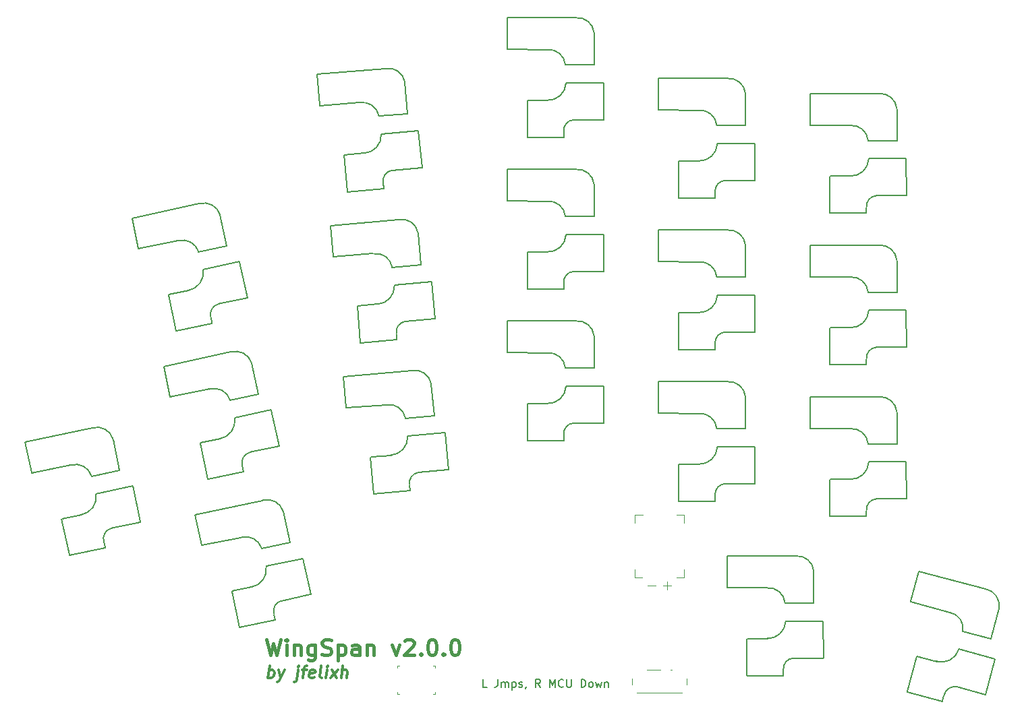
<source format=gbr>
%TF.GenerationSoftware,KiCad,Pcbnew,8.0.4*%
%TF.CreationDate,2024-11-28T23:07:48+01:00*%
%TF.ProjectId,reversible_split,72657665-7273-4696-926c-655f73706c69,v1.0.0*%
%TF.SameCoordinates,Original*%
%TF.FileFunction,Legend,Top*%
%TF.FilePolarity,Positive*%
%FSLAX46Y46*%
G04 Gerber Fmt 4.6, Leading zero omitted, Abs format (unit mm)*
G04 Created by KiCad (PCBNEW 8.0.4) date 2024-11-28 23:07:48*
%MOMM*%
%LPD*%
G01*
G04 APERTURE LIST*
%ADD10C,0.300000*%
%ADD11C,0.400000*%
%ADD12C,0.150000*%
%ADD13C,0.120000*%
%ADD14C,0.100000*%
G04 APERTURE END LIST*
D10*
X146945582Y-127600828D02*
X147133082Y-126100828D01*
X147061653Y-126672257D02*
X147213439Y-126600828D01*
X147213439Y-126600828D02*
X147499153Y-126600828D01*
X147499153Y-126600828D02*
X147633082Y-126672257D01*
X147633082Y-126672257D02*
X147695582Y-126743685D01*
X147695582Y-126743685D02*
X147749153Y-126886542D01*
X147749153Y-126886542D02*
X147695582Y-127315114D01*
X147695582Y-127315114D02*
X147606296Y-127457971D01*
X147606296Y-127457971D02*
X147525939Y-127529400D01*
X147525939Y-127529400D02*
X147374153Y-127600828D01*
X147374153Y-127600828D02*
X147088439Y-127600828D01*
X147088439Y-127600828D02*
X146954510Y-127529400D01*
X148284868Y-126600828D02*
X148517011Y-127600828D01*
X148999153Y-126600828D02*
X148517011Y-127600828D01*
X148517011Y-127600828D02*
X148329511Y-127957971D01*
X148329511Y-127957971D02*
X148249153Y-128029400D01*
X148249153Y-128029400D02*
X148097368Y-128100828D01*
X150713439Y-126600828D02*
X150552725Y-127886542D01*
X150552725Y-127886542D02*
X150463439Y-128029400D01*
X150463439Y-128029400D02*
X150311653Y-128100828D01*
X150311653Y-128100828D02*
X150240225Y-128100828D01*
X150775939Y-126100828D02*
X150695582Y-126172257D01*
X150695582Y-126172257D02*
X150758082Y-126243685D01*
X150758082Y-126243685D02*
X150838439Y-126172257D01*
X150838439Y-126172257D02*
X150775939Y-126100828D01*
X150775939Y-126100828D02*
X150758082Y-126243685D01*
X151213439Y-126600828D02*
X151784868Y-126600828D01*
X151302725Y-127600828D02*
X151463439Y-126315114D01*
X151463439Y-126315114D02*
X151552725Y-126172257D01*
X151552725Y-126172257D02*
X151704511Y-126100828D01*
X151704511Y-126100828D02*
X151847368Y-126100828D01*
X152740225Y-127529400D02*
X152588439Y-127600828D01*
X152588439Y-127600828D02*
X152302725Y-127600828D01*
X152302725Y-127600828D02*
X152168796Y-127529400D01*
X152168796Y-127529400D02*
X152115225Y-127386542D01*
X152115225Y-127386542D02*
X152186654Y-126815114D01*
X152186654Y-126815114D02*
X152275939Y-126672257D01*
X152275939Y-126672257D02*
X152427725Y-126600828D01*
X152427725Y-126600828D02*
X152713439Y-126600828D01*
X152713439Y-126600828D02*
X152847368Y-126672257D01*
X152847368Y-126672257D02*
X152900939Y-126815114D01*
X152900939Y-126815114D02*
X152883082Y-126957971D01*
X152883082Y-126957971D02*
X152150939Y-127100828D01*
X153659868Y-127600828D02*
X153525939Y-127529400D01*
X153525939Y-127529400D02*
X153472368Y-127386542D01*
X153472368Y-127386542D02*
X153633082Y-126100828D01*
X154231296Y-127600828D02*
X154356296Y-126600828D01*
X154418796Y-126100828D02*
X154338439Y-126172257D01*
X154338439Y-126172257D02*
X154400939Y-126243685D01*
X154400939Y-126243685D02*
X154481296Y-126172257D01*
X154481296Y-126172257D02*
X154418796Y-126100828D01*
X154418796Y-126100828D02*
X154400939Y-126243685D01*
X154802725Y-127600828D02*
X155713439Y-126600828D01*
X154927725Y-126600828D02*
X155588439Y-127600828D01*
X156159868Y-127600828D02*
X156347368Y-126100828D01*
X156802725Y-127600828D02*
X156900939Y-126815114D01*
X156900939Y-126815114D02*
X156847368Y-126672257D01*
X156847368Y-126672257D02*
X156713439Y-126600828D01*
X156713439Y-126600828D02*
X156499154Y-126600828D01*
X156499154Y-126600828D02*
X156347368Y-126672257D01*
X156347368Y-126672257D02*
X156267011Y-126743685D01*
D11*
X146772129Y-122749959D02*
X147248319Y-124749959D01*
X147248319Y-124749959D02*
X147629272Y-123321387D01*
X147629272Y-123321387D02*
X148010224Y-124749959D01*
X148010224Y-124749959D02*
X148486415Y-122749959D01*
X149248319Y-124749959D02*
X149248319Y-123416625D01*
X149248319Y-122749959D02*
X149153081Y-122845197D01*
X149153081Y-122845197D02*
X149248319Y-122940435D01*
X149248319Y-122940435D02*
X149343557Y-122845197D01*
X149343557Y-122845197D02*
X149248319Y-122749959D01*
X149248319Y-122749959D02*
X149248319Y-122940435D01*
X150200700Y-123416625D02*
X150200700Y-124749959D01*
X150200700Y-123607101D02*
X150295938Y-123511863D01*
X150295938Y-123511863D02*
X150486414Y-123416625D01*
X150486414Y-123416625D02*
X150772129Y-123416625D01*
X150772129Y-123416625D02*
X150962605Y-123511863D01*
X150962605Y-123511863D02*
X151057843Y-123702340D01*
X151057843Y-123702340D02*
X151057843Y-124749959D01*
X152867367Y-123416625D02*
X152867367Y-125035673D01*
X152867367Y-125035673D02*
X152772129Y-125226149D01*
X152772129Y-125226149D02*
X152676891Y-125321387D01*
X152676891Y-125321387D02*
X152486414Y-125416625D01*
X152486414Y-125416625D02*
X152200700Y-125416625D01*
X152200700Y-125416625D02*
X152010224Y-125321387D01*
X152867367Y-124654721D02*
X152676891Y-124749959D01*
X152676891Y-124749959D02*
X152295938Y-124749959D01*
X152295938Y-124749959D02*
X152105462Y-124654721D01*
X152105462Y-124654721D02*
X152010224Y-124559482D01*
X152010224Y-124559482D02*
X151914986Y-124369006D01*
X151914986Y-124369006D02*
X151914986Y-123797578D01*
X151914986Y-123797578D02*
X152010224Y-123607101D01*
X152010224Y-123607101D02*
X152105462Y-123511863D01*
X152105462Y-123511863D02*
X152295938Y-123416625D01*
X152295938Y-123416625D02*
X152676891Y-123416625D01*
X152676891Y-123416625D02*
X152867367Y-123511863D01*
X153724510Y-124654721D02*
X154010224Y-124749959D01*
X154010224Y-124749959D02*
X154486415Y-124749959D01*
X154486415Y-124749959D02*
X154676891Y-124654721D01*
X154676891Y-124654721D02*
X154772129Y-124559482D01*
X154772129Y-124559482D02*
X154867367Y-124369006D01*
X154867367Y-124369006D02*
X154867367Y-124178530D01*
X154867367Y-124178530D02*
X154772129Y-123988054D01*
X154772129Y-123988054D02*
X154676891Y-123892816D01*
X154676891Y-123892816D02*
X154486415Y-123797578D01*
X154486415Y-123797578D02*
X154105462Y-123702340D01*
X154105462Y-123702340D02*
X153914986Y-123607101D01*
X153914986Y-123607101D02*
X153819748Y-123511863D01*
X153819748Y-123511863D02*
X153724510Y-123321387D01*
X153724510Y-123321387D02*
X153724510Y-123130911D01*
X153724510Y-123130911D02*
X153819748Y-122940435D01*
X153819748Y-122940435D02*
X153914986Y-122845197D01*
X153914986Y-122845197D02*
X154105462Y-122749959D01*
X154105462Y-122749959D02*
X154581653Y-122749959D01*
X154581653Y-122749959D02*
X154867367Y-122845197D01*
X155724510Y-123416625D02*
X155724510Y-125416625D01*
X155724510Y-123511863D02*
X155914986Y-123416625D01*
X155914986Y-123416625D02*
X156295939Y-123416625D01*
X156295939Y-123416625D02*
X156486415Y-123511863D01*
X156486415Y-123511863D02*
X156581653Y-123607101D01*
X156581653Y-123607101D02*
X156676891Y-123797578D01*
X156676891Y-123797578D02*
X156676891Y-124369006D01*
X156676891Y-124369006D02*
X156581653Y-124559482D01*
X156581653Y-124559482D02*
X156486415Y-124654721D01*
X156486415Y-124654721D02*
X156295939Y-124749959D01*
X156295939Y-124749959D02*
X155914986Y-124749959D01*
X155914986Y-124749959D02*
X155724510Y-124654721D01*
X158391177Y-124749959D02*
X158391177Y-123702340D01*
X158391177Y-123702340D02*
X158295939Y-123511863D01*
X158295939Y-123511863D02*
X158105463Y-123416625D01*
X158105463Y-123416625D02*
X157724510Y-123416625D01*
X157724510Y-123416625D02*
X157534034Y-123511863D01*
X158391177Y-124654721D02*
X158200701Y-124749959D01*
X158200701Y-124749959D02*
X157724510Y-124749959D01*
X157724510Y-124749959D02*
X157534034Y-124654721D01*
X157534034Y-124654721D02*
X157438796Y-124464244D01*
X157438796Y-124464244D02*
X157438796Y-124273768D01*
X157438796Y-124273768D02*
X157534034Y-124083292D01*
X157534034Y-124083292D02*
X157724510Y-123988054D01*
X157724510Y-123988054D02*
X158200701Y-123988054D01*
X158200701Y-123988054D02*
X158391177Y-123892816D01*
X159343558Y-123416625D02*
X159343558Y-124749959D01*
X159343558Y-123607101D02*
X159438796Y-123511863D01*
X159438796Y-123511863D02*
X159629272Y-123416625D01*
X159629272Y-123416625D02*
X159914987Y-123416625D01*
X159914987Y-123416625D02*
X160105463Y-123511863D01*
X160105463Y-123511863D02*
X160200701Y-123702340D01*
X160200701Y-123702340D02*
X160200701Y-124749959D01*
X162486416Y-123416625D02*
X162962606Y-124749959D01*
X162962606Y-124749959D02*
X163438797Y-123416625D01*
X164105464Y-122940435D02*
X164200702Y-122845197D01*
X164200702Y-122845197D02*
X164391178Y-122749959D01*
X164391178Y-122749959D02*
X164867369Y-122749959D01*
X164867369Y-122749959D02*
X165057845Y-122845197D01*
X165057845Y-122845197D02*
X165153083Y-122940435D01*
X165153083Y-122940435D02*
X165248321Y-123130911D01*
X165248321Y-123130911D02*
X165248321Y-123321387D01*
X165248321Y-123321387D02*
X165153083Y-123607101D01*
X165153083Y-123607101D02*
X164010226Y-124749959D01*
X164010226Y-124749959D02*
X165248321Y-124749959D01*
X166105464Y-124559482D02*
X166200702Y-124654721D01*
X166200702Y-124654721D02*
X166105464Y-124749959D01*
X166105464Y-124749959D02*
X166010226Y-124654721D01*
X166010226Y-124654721D02*
X166105464Y-124559482D01*
X166105464Y-124559482D02*
X166105464Y-124749959D01*
X167438797Y-122749959D02*
X167629274Y-122749959D01*
X167629274Y-122749959D02*
X167819750Y-122845197D01*
X167819750Y-122845197D02*
X167914988Y-122940435D01*
X167914988Y-122940435D02*
X168010226Y-123130911D01*
X168010226Y-123130911D02*
X168105464Y-123511863D01*
X168105464Y-123511863D02*
X168105464Y-123988054D01*
X168105464Y-123988054D02*
X168010226Y-124369006D01*
X168010226Y-124369006D02*
X167914988Y-124559482D01*
X167914988Y-124559482D02*
X167819750Y-124654721D01*
X167819750Y-124654721D02*
X167629274Y-124749959D01*
X167629274Y-124749959D02*
X167438797Y-124749959D01*
X167438797Y-124749959D02*
X167248321Y-124654721D01*
X167248321Y-124654721D02*
X167153083Y-124559482D01*
X167153083Y-124559482D02*
X167057845Y-124369006D01*
X167057845Y-124369006D02*
X166962607Y-123988054D01*
X166962607Y-123988054D02*
X166962607Y-123511863D01*
X166962607Y-123511863D02*
X167057845Y-123130911D01*
X167057845Y-123130911D02*
X167153083Y-122940435D01*
X167153083Y-122940435D02*
X167248321Y-122845197D01*
X167248321Y-122845197D02*
X167438797Y-122749959D01*
X168962607Y-124559482D02*
X169057845Y-124654721D01*
X169057845Y-124654721D02*
X168962607Y-124749959D01*
X168962607Y-124749959D02*
X168867369Y-124654721D01*
X168867369Y-124654721D02*
X168962607Y-124559482D01*
X168962607Y-124559482D02*
X168962607Y-124749959D01*
X170295940Y-122749959D02*
X170486417Y-122749959D01*
X170486417Y-122749959D02*
X170676893Y-122845197D01*
X170676893Y-122845197D02*
X170772131Y-122940435D01*
X170772131Y-122940435D02*
X170867369Y-123130911D01*
X170867369Y-123130911D02*
X170962607Y-123511863D01*
X170962607Y-123511863D02*
X170962607Y-123988054D01*
X170962607Y-123988054D02*
X170867369Y-124369006D01*
X170867369Y-124369006D02*
X170772131Y-124559482D01*
X170772131Y-124559482D02*
X170676893Y-124654721D01*
X170676893Y-124654721D02*
X170486417Y-124749959D01*
X170486417Y-124749959D02*
X170295940Y-124749959D01*
X170295940Y-124749959D02*
X170105464Y-124654721D01*
X170105464Y-124654721D02*
X170010226Y-124559482D01*
X170010226Y-124559482D02*
X169914988Y-124369006D01*
X169914988Y-124369006D02*
X169819750Y-123988054D01*
X169819750Y-123988054D02*
X169819750Y-123511863D01*
X169819750Y-123511863D02*
X169914988Y-123130911D01*
X169914988Y-123130911D02*
X170010226Y-122940435D01*
X170010226Y-122940435D02*
X170105464Y-122845197D01*
X170105464Y-122845197D02*
X170295940Y-122749959D01*
D12*
X174394035Y-128782093D02*
X173917845Y-128782093D01*
X173917845Y-128782093D02*
X173917845Y-127782093D01*
X175774988Y-127782093D02*
X175774988Y-128496378D01*
X175774988Y-128496378D02*
X175727369Y-128639235D01*
X175727369Y-128639235D02*
X175632131Y-128734474D01*
X175632131Y-128734474D02*
X175489274Y-128782093D01*
X175489274Y-128782093D02*
X175394036Y-128782093D01*
X176251179Y-128782093D02*
X176251179Y-128115426D01*
X176251179Y-128210664D02*
X176298798Y-128163045D01*
X176298798Y-128163045D02*
X176394036Y-128115426D01*
X176394036Y-128115426D02*
X176536893Y-128115426D01*
X176536893Y-128115426D02*
X176632131Y-128163045D01*
X176632131Y-128163045D02*
X176679750Y-128258283D01*
X176679750Y-128258283D02*
X176679750Y-128782093D01*
X176679750Y-128258283D02*
X176727369Y-128163045D01*
X176727369Y-128163045D02*
X176822607Y-128115426D01*
X176822607Y-128115426D02*
X176965464Y-128115426D01*
X176965464Y-128115426D02*
X177060703Y-128163045D01*
X177060703Y-128163045D02*
X177108322Y-128258283D01*
X177108322Y-128258283D02*
X177108322Y-128782093D01*
X177584512Y-128115426D02*
X177584512Y-129115426D01*
X177584512Y-128163045D02*
X177679750Y-128115426D01*
X177679750Y-128115426D02*
X177870226Y-128115426D01*
X177870226Y-128115426D02*
X177965464Y-128163045D01*
X177965464Y-128163045D02*
X178013083Y-128210664D01*
X178013083Y-128210664D02*
X178060702Y-128305902D01*
X178060702Y-128305902D02*
X178060702Y-128591616D01*
X178060702Y-128591616D02*
X178013083Y-128686854D01*
X178013083Y-128686854D02*
X177965464Y-128734474D01*
X177965464Y-128734474D02*
X177870226Y-128782093D01*
X177870226Y-128782093D02*
X177679750Y-128782093D01*
X177679750Y-128782093D02*
X177584512Y-128734474D01*
X178441655Y-128734474D02*
X178536893Y-128782093D01*
X178536893Y-128782093D02*
X178727369Y-128782093D01*
X178727369Y-128782093D02*
X178822607Y-128734474D01*
X178822607Y-128734474D02*
X178870226Y-128639235D01*
X178870226Y-128639235D02*
X178870226Y-128591616D01*
X178870226Y-128591616D02*
X178822607Y-128496378D01*
X178822607Y-128496378D02*
X178727369Y-128448759D01*
X178727369Y-128448759D02*
X178584512Y-128448759D01*
X178584512Y-128448759D02*
X178489274Y-128401140D01*
X178489274Y-128401140D02*
X178441655Y-128305902D01*
X178441655Y-128305902D02*
X178441655Y-128258283D01*
X178441655Y-128258283D02*
X178489274Y-128163045D01*
X178489274Y-128163045D02*
X178584512Y-128115426D01*
X178584512Y-128115426D02*
X178727369Y-128115426D01*
X178727369Y-128115426D02*
X178822607Y-128163045D01*
X179346417Y-128734474D02*
X179346417Y-128782093D01*
X179346417Y-128782093D02*
X179298798Y-128877331D01*
X179298798Y-128877331D02*
X179251179Y-128924950D01*
X181108321Y-128782093D02*
X180774988Y-128305902D01*
X180536893Y-128782093D02*
X180536893Y-127782093D01*
X180536893Y-127782093D02*
X180917845Y-127782093D01*
X180917845Y-127782093D02*
X181013083Y-127829712D01*
X181013083Y-127829712D02*
X181060702Y-127877331D01*
X181060702Y-127877331D02*
X181108321Y-127972569D01*
X181108321Y-127972569D02*
X181108321Y-128115426D01*
X181108321Y-128115426D02*
X181060702Y-128210664D01*
X181060702Y-128210664D02*
X181013083Y-128258283D01*
X181013083Y-128258283D02*
X180917845Y-128305902D01*
X180917845Y-128305902D02*
X180536893Y-128305902D01*
X182298798Y-128782093D02*
X182298798Y-127782093D01*
X182298798Y-127782093D02*
X182632131Y-128496378D01*
X182632131Y-128496378D02*
X182965464Y-127782093D01*
X182965464Y-127782093D02*
X182965464Y-128782093D01*
X184013083Y-128686854D02*
X183965464Y-128734474D01*
X183965464Y-128734474D02*
X183822607Y-128782093D01*
X183822607Y-128782093D02*
X183727369Y-128782093D01*
X183727369Y-128782093D02*
X183584512Y-128734474D01*
X183584512Y-128734474D02*
X183489274Y-128639235D01*
X183489274Y-128639235D02*
X183441655Y-128543997D01*
X183441655Y-128543997D02*
X183394036Y-128353521D01*
X183394036Y-128353521D02*
X183394036Y-128210664D01*
X183394036Y-128210664D02*
X183441655Y-128020188D01*
X183441655Y-128020188D02*
X183489274Y-127924950D01*
X183489274Y-127924950D02*
X183584512Y-127829712D01*
X183584512Y-127829712D02*
X183727369Y-127782093D01*
X183727369Y-127782093D02*
X183822607Y-127782093D01*
X183822607Y-127782093D02*
X183965464Y-127829712D01*
X183965464Y-127829712D02*
X184013083Y-127877331D01*
X184441655Y-127782093D02*
X184441655Y-128591616D01*
X184441655Y-128591616D02*
X184489274Y-128686854D01*
X184489274Y-128686854D02*
X184536893Y-128734474D01*
X184536893Y-128734474D02*
X184632131Y-128782093D01*
X184632131Y-128782093D02*
X184822607Y-128782093D01*
X184822607Y-128782093D02*
X184917845Y-128734474D01*
X184917845Y-128734474D02*
X184965464Y-128686854D01*
X184965464Y-128686854D02*
X185013083Y-128591616D01*
X185013083Y-128591616D02*
X185013083Y-127782093D01*
X186251179Y-128782093D02*
X186251179Y-127782093D01*
X186251179Y-127782093D02*
X186489274Y-127782093D01*
X186489274Y-127782093D02*
X186632131Y-127829712D01*
X186632131Y-127829712D02*
X186727369Y-127924950D01*
X186727369Y-127924950D02*
X186774988Y-128020188D01*
X186774988Y-128020188D02*
X186822607Y-128210664D01*
X186822607Y-128210664D02*
X186822607Y-128353521D01*
X186822607Y-128353521D02*
X186774988Y-128543997D01*
X186774988Y-128543997D02*
X186727369Y-128639235D01*
X186727369Y-128639235D02*
X186632131Y-128734474D01*
X186632131Y-128734474D02*
X186489274Y-128782093D01*
X186489274Y-128782093D02*
X186251179Y-128782093D01*
X187394036Y-128782093D02*
X187298798Y-128734474D01*
X187298798Y-128734474D02*
X187251179Y-128686854D01*
X187251179Y-128686854D02*
X187203560Y-128591616D01*
X187203560Y-128591616D02*
X187203560Y-128305902D01*
X187203560Y-128305902D02*
X187251179Y-128210664D01*
X187251179Y-128210664D02*
X187298798Y-128163045D01*
X187298798Y-128163045D02*
X187394036Y-128115426D01*
X187394036Y-128115426D02*
X187536893Y-128115426D01*
X187536893Y-128115426D02*
X187632131Y-128163045D01*
X187632131Y-128163045D02*
X187679750Y-128210664D01*
X187679750Y-128210664D02*
X187727369Y-128305902D01*
X187727369Y-128305902D02*
X187727369Y-128591616D01*
X187727369Y-128591616D02*
X187679750Y-128686854D01*
X187679750Y-128686854D02*
X187632131Y-128734474D01*
X187632131Y-128734474D02*
X187536893Y-128782093D01*
X187536893Y-128782093D02*
X187394036Y-128782093D01*
X188060703Y-128115426D02*
X188251179Y-128782093D01*
X188251179Y-128782093D02*
X188441655Y-128305902D01*
X188441655Y-128305902D02*
X188632131Y-128782093D01*
X188632131Y-128782093D02*
X188822607Y-128115426D01*
X189203560Y-128115426D02*
X189203560Y-128782093D01*
X189203560Y-128210664D02*
X189251179Y-128163045D01*
X189251179Y-128163045D02*
X189346417Y-128115426D01*
X189346417Y-128115426D02*
X189489274Y-128115426D01*
X189489274Y-128115426D02*
X189584512Y-128163045D01*
X189584512Y-128163045D02*
X189632131Y-128258283D01*
X189632131Y-128258283D02*
X189632131Y-128782093D01*
%TO.C,S5*%
X156414504Y-89724979D02*
X165006683Y-88973261D01*
X156755108Y-93618108D02*
X156414504Y-89724979D01*
X156759118Y-93663933D02*
X161793910Y-93269622D01*
X159811760Y-99871499D02*
X160212676Y-104453995D01*
X159834485Y-99844416D02*
X162374780Y-99622168D01*
X160239759Y-104476721D02*
X164772445Y-104080162D01*
X164474284Y-97230082D02*
X169156402Y-96820450D01*
X164714239Y-103357485D02*
X164775247Y-104054821D01*
X165801041Y-101781768D02*
X169561676Y-101452755D01*
X167443328Y-90721546D02*
X167787158Y-94651534D01*
X167787942Y-94660500D02*
X164191679Y-94975132D01*
X169158578Y-96845353D02*
X169584402Y-101425670D01*
X161769354Y-93275785D02*
G75*
G02*
X164184606Y-94951658I369689J-2045563D01*
G01*
X164471484Y-97255421D02*
G75*
G02*
X162299631Y-99623725I-2270083J-98221D01*
G01*
X164709879Y-103307674D02*
G75*
G02*
X165801477Y-101786747I1306263J214664D01*
G01*
X165006683Y-88973261D02*
G75*
G02*
X167426269Y-90652771I370038J-2049548D01*
G01*
%TO.C,S13*%
X195974991Y-56179522D02*
X195974992Y-52271522D01*
X195974991Y-56225522D02*
X201024991Y-56271522D01*
X195974992Y-52271522D02*
X204599991Y-52271522D01*
X198474992Y-62675522D02*
X198474992Y-67275522D01*
X198499991Y-62650522D02*
X201049993Y-62650522D01*
X198499992Y-67300522D02*
X203049991Y-67300522D01*
X203054991Y-66575522D02*
X203054991Y-67275522D01*
X203349989Y-60450522D02*
X208049991Y-60450522D01*
X204274991Y-65100522D02*
X208049990Y-65100521D01*
X206874991Y-54225522D02*
X206874991Y-58170522D01*
X206874991Y-58179522D02*
X203264991Y-58179522D01*
X208049990Y-60475525D02*
X208074991Y-65075521D01*
X200999991Y-56275522D02*
G75*
G02*
X203259991Y-58155521I190000J-2070000D01*
G01*
X203054990Y-66525520D02*
G75*
G02*
X204274991Y-65105521I1320001J99998D01*
G01*
X203344991Y-60475522D02*
G75*
G02*
X200974991Y-62645522I-2270000J100000D01*
G01*
X204599991Y-52271522D02*
G75*
G02*
X206863991Y-54155522I190000J-2074000D01*
G01*
D13*
%TO.C,PWR1*%
X192612493Y-127661521D02*
X192612493Y-128451519D01*
X193212493Y-129461521D02*
X198912493Y-129461521D01*
X194462493Y-126611521D02*
X196162494Y-126611521D01*
X197462493Y-126611524D02*
X197662493Y-126611521D01*
X199512492Y-128451519D02*
X199512493Y-127661521D01*
D12*
%TO.C,S7*%
X153093870Y-51769960D02*
X161686049Y-51018242D01*
X153434474Y-55663089D02*
X153093870Y-51769960D01*
X153438484Y-55708914D02*
X158473276Y-55314603D01*
X156491126Y-61916480D02*
X156892042Y-66498976D01*
X156513851Y-61889397D02*
X159054146Y-61667149D01*
X156919125Y-66521702D02*
X161451811Y-66125143D01*
X161153650Y-59275063D02*
X165835768Y-58865431D01*
X161393605Y-65402466D02*
X161454613Y-66099802D01*
X162480407Y-63826749D02*
X166241042Y-63497736D01*
X164122694Y-52766527D02*
X164466524Y-56696515D01*
X164467308Y-56705481D02*
X160871045Y-57020113D01*
X165837944Y-58890334D02*
X166263768Y-63470651D01*
X158448720Y-55320766D02*
G75*
G02*
X160863972Y-56996639I369689J-2045563D01*
G01*
X161150850Y-59300402D02*
G75*
G02*
X158978997Y-61668706I-2270083J-98221D01*
G01*
X161389245Y-65352655D02*
G75*
G02*
X162480843Y-63831728I1306263J214664D01*
G01*
X161686049Y-51018242D02*
G75*
G02*
X164105635Y-52697752I370038J-2049548D01*
G01*
%TO.C,S3*%
X133835778Y-88448729D02*
X142272300Y-86655491D01*
X134648297Y-92271330D02*
X133835778Y-88448729D01*
X134657861Y-92316324D02*
X139607071Y-91311365D01*
X138444262Y-98105598D02*
X139400655Y-102605076D01*
X138463517Y-98075947D02*
X140957792Y-97545771D01*
X139430306Y-102624332D02*
X143880877Y-101678334D01*
X142750127Y-94915649D02*
X147347418Y-93938464D01*
X143735032Y-100968137D02*
X143880570Y-101652841D01*
X144621704Y-99271717D02*
X148314210Y-98486851D01*
X144903848Y-88093789D02*
X145724058Y-91952584D01*
X145725929Y-91961385D02*
X142194817Y-92711949D01*
X147352618Y-93962918D02*
X148333465Y-98457198D01*
X139583447Y-91320476D02*
G75*
G02*
X142184936Y-92689509I616227J-1985262D01*
G01*
X142272300Y-86655491D02*
G75*
G02*
X144878533Y-88027609I617058J-1989174D01*
G01*
X142750435Y-94941143D02*
G75*
G02*
X140883391Y-97556473I-2241184J-374145D01*
G01*
X143724635Y-100919229D02*
G75*
G02*
X144622743Y-99276607I1270365J372257D01*
G01*
%TO.C,S16*%
X214974994Y-58084523D02*
X214974995Y-54176523D01*
X214974994Y-58130523D02*
X220024994Y-58176523D01*
X214974995Y-54176523D02*
X223599994Y-54176523D01*
X217474995Y-64580523D02*
X217474995Y-69180523D01*
X217499994Y-64555523D02*
X220049996Y-64555523D01*
X217499995Y-69205523D02*
X222049994Y-69205523D01*
X222054994Y-68480523D02*
X222054994Y-69180523D01*
X222349992Y-62355523D02*
X227049994Y-62355523D01*
X223274994Y-67005523D02*
X227049993Y-67005522D01*
X225874994Y-56130523D02*
X225874994Y-60075523D01*
X225874994Y-60084523D02*
X222264994Y-60084523D01*
X227049993Y-62380526D02*
X227074994Y-66980522D01*
X219999994Y-58180523D02*
G75*
G02*
X222259994Y-60060522I190000J-2070000D01*
G01*
X222054993Y-68430521D02*
G75*
G02*
X223274994Y-67010522I1320001J99998D01*
G01*
X222344994Y-62380523D02*
G75*
G02*
X219974994Y-64550523I-2270000J100000D01*
G01*
X223599994Y-54176523D02*
G75*
G02*
X225863994Y-56060523I190000J-2074000D01*
G01*
%TO.C,S15*%
X214974992Y-77134523D02*
X214974993Y-73226523D01*
X214974992Y-77180523D02*
X220024992Y-77226523D01*
X214974993Y-73226523D02*
X223599992Y-73226523D01*
X217474993Y-83630523D02*
X217474993Y-88230523D01*
X217499992Y-83605523D02*
X220049994Y-83605523D01*
X217499993Y-88255523D02*
X222049992Y-88255523D01*
X222054992Y-87530523D02*
X222054992Y-88230523D01*
X222349990Y-81405523D02*
X227049992Y-81405523D01*
X223274992Y-86055523D02*
X227049991Y-86055522D01*
X225874992Y-75180523D02*
X225874992Y-79125523D01*
X225874992Y-79134523D02*
X222264992Y-79134523D01*
X227049991Y-81430526D02*
X227074992Y-86030522D01*
X219999992Y-77230523D02*
G75*
G02*
X222259992Y-79110522I190000J-2070000D01*
G01*
X222054991Y-87480521D02*
G75*
G02*
X223274992Y-86060522I1320001J99998D01*
G01*
X222344992Y-81430523D02*
G75*
G02*
X219974992Y-83600523I-2270000J100000D01*
G01*
X223599992Y-73226523D02*
G75*
G02*
X225863992Y-75110523I190000J-2074000D01*
G01*
%TO.C,S18*%
X227198015Y-129358581D02*
X231592980Y-130536207D01*
X227625475Y-118007434D02*
X232491495Y-119358903D01*
X227637380Y-117963001D02*
X228648846Y-114188162D01*
X228370908Y-124884703D02*
X227180340Y-129327962D01*
X228401526Y-124867026D02*
X230864637Y-125527014D01*
X228648846Y-114188162D02*
X236979956Y-116420478D01*
X231785453Y-129837205D02*
X231604280Y-130513353D01*
X233345641Y-128728224D02*
X236992011Y-129705269D01*
X233655668Y-123997261D02*
X238195519Y-125213711D01*
X237648334Y-122715981D02*
X234161342Y-121781644D01*
X238189049Y-125237859D02*
X237022630Y-129687587D01*
X238671705Y-118896710D02*
X237650664Y-122707287D01*
X231798394Y-129788908D02*
G75*
G02*
X233344347Y-128733054I1300898J-245041D01*
G01*
X232466312Y-119356295D02*
G75*
G02*
X234162725Y-121757167I-352230J-2048643D01*
G01*
X233644368Y-124020115D02*
G75*
G02*
X230793485Y-125502773I-2166771J684113D01*
G01*
X236979956Y-116420478D02*
G75*
G02*
X238679196Y-118826248I-353265J-2052505D01*
G01*
%TO.C,S12*%
X195974992Y-75229520D02*
X195974993Y-71321520D01*
X195974992Y-75275520D02*
X201024992Y-75321520D01*
X195974993Y-71321520D02*
X204599992Y-71321520D01*
X198474993Y-81725520D02*
X198474993Y-86325520D01*
X198499992Y-81700520D02*
X201049994Y-81700520D01*
X198499993Y-86350520D02*
X203049992Y-86350520D01*
X203054992Y-85625520D02*
X203054992Y-86325520D01*
X203349990Y-79500520D02*
X208049992Y-79500520D01*
X204274992Y-84150520D02*
X208049991Y-84150519D01*
X206874992Y-73275520D02*
X206874992Y-77220520D01*
X206874992Y-77229520D02*
X203264992Y-77229520D01*
X208049991Y-79525523D02*
X208074992Y-84125519D01*
X200999992Y-75325520D02*
G75*
G02*
X203259992Y-77205519I190000J-2070000D01*
G01*
X203054991Y-85575518D02*
G75*
G02*
X204274992Y-84155519I1320001J99998D01*
G01*
X203344992Y-79525520D02*
G75*
G02*
X200974992Y-81695520I-2270000J100000D01*
G01*
X204599992Y-71321520D02*
G75*
G02*
X206863992Y-73205520I190000J-2074000D01*
G01*
%TO.C,S14*%
X214974991Y-96184524D02*
X214974992Y-92276524D01*
X214974991Y-96230524D02*
X220024991Y-96276524D01*
X214974992Y-92276524D02*
X223599991Y-92276524D01*
X217474992Y-102680524D02*
X217474992Y-107280524D01*
X217499991Y-102655524D02*
X220049993Y-102655524D01*
X217499992Y-107305524D02*
X222049991Y-107305524D01*
X222054991Y-106580524D02*
X222054991Y-107280524D01*
X222349989Y-100455524D02*
X227049991Y-100455524D01*
X223274991Y-105105524D02*
X227049990Y-105105523D01*
X225874991Y-94230524D02*
X225874991Y-98175524D01*
X225874991Y-98184524D02*
X222264991Y-98184524D01*
X227049990Y-100480527D02*
X227074991Y-105080523D01*
X219999991Y-96280524D02*
G75*
G02*
X222259991Y-98160523I190000J-2070000D01*
G01*
X222054990Y-106530522D02*
G75*
G02*
X223274991Y-105110523I1320001J99998D01*
G01*
X222344991Y-100480524D02*
G75*
G02*
X219974991Y-102650524I-2270000J100000D01*
G01*
X223599991Y-92276524D02*
G75*
G02*
X225863991Y-94160524I190000J-2074000D01*
G01*
%TO.C,S2*%
X137796502Y-107082438D02*
X146233024Y-105289200D01*
X138609021Y-110905039D02*
X137796502Y-107082438D01*
X138618585Y-110950033D02*
X143567795Y-109945074D01*
X142404986Y-116739307D02*
X143361379Y-121238785D01*
X142424241Y-116709656D02*
X144918516Y-116179480D01*
X143391030Y-121258041D02*
X147841601Y-120312043D01*
X146710851Y-113549358D02*
X151308142Y-112572173D01*
X147695756Y-119601846D02*
X147841294Y-120286550D01*
X148582428Y-117905426D02*
X152274934Y-117120560D01*
X148864572Y-106727498D02*
X149684782Y-110586293D01*
X149686653Y-110595094D02*
X146155541Y-111345658D01*
X151313342Y-112596627D02*
X152294189Y-117090907D01*
X143544171Y-109954185D02*
G75*
G02*
X146145660Y-111323218I616227J-1985262D01*
G01*
X146233024Y-105289200D02*
G75*
G02*
X148839257Y-106661318I617058J-1989174D01*
G01*
X146711159Y-113574852D02*
G75*
G02*
X144844115Y-116190182I-2241184J-374145D01*
G01*
X147685359Y-119552938D02*
G75*
G02*
X148583467Y-117910316I1270365J372257D01*
G01*
%TO.C,S6*%
X154754192Y-70747470D02*
X163346371Y-69995752D01*
X155094796Y-74640599D02*
X154754192Y-70747470D01*
X155098806Y-74686424D02*
X160133598Y-74292113D01*
X158151448Y-80893990D02*
X158552364Y-85476486D01*
X158174173Y-80866907D02*
X160714468Y-80644659D01*
X158579447Y-85499212D02*
X163112133Y-85102653D01*
X162813972Y-78252573D02*
X167496090Y-77842941D01*
X163053927Y-84379976D02*
X163114935Y-85077312D01*
X164140729Y-82804259D02*
X167901364Y-82475246D01*
X165783016Y-71744037D02*
X166126846Y-75674025D01*
X166127630Y-75682991D02*
X162531367Y-75997623D01*
X167498266Y-77867844D02*
X167924090Y-82448161D01*
X160109042Y-74298276D02*
G75*
G02*
X162524294Y-75974149I369689J-2045563D01*
G01*
X162811172Y-78277912D02*
G75*
G02*
X160639319Y-80646216I-2270083J-98221D01*
G01*
X163049567Y-84330165D02*
G75*
G02*
X164141165Y-82809238I1306263J214664D01*
G01*
X163346371Y-69995752D02*
G75*
G02*
X165765957Y-71675262I370038J-2049548D01*
G01*
%TO.C,S11*%
X195974991Y-94279522D02*
X195974992Y-90371522D01*
X195974991Y-94325522D02*
X201024991Y-94371522D01*
X195974992Y-90371522D02*
X204599991Y-90371522D01*
X198474992Y-100775522D02*
X198474992Y-105375522D01*
X198499991Y-100750522D02*
X201049993Y-100750522D01*
X198499992Y-105400522D02*
X203049991Y-105400522D01*
X203054991Y-104675522D02*
X203054991Y-105375522D01*
X203349989Y-98550522D02*
X208049991Y-98550522D01*
X204274991Y-103200522D02*
X208049990Y-103200521D01*
X206874991Y-92325522D02*
X206874991Y-96270522D01*
X206874991Y-96279522D02*
X203264991Y-96279522D01*
X208049990Y-98575525D02*
X208074991Y-103175521D01*
X200999991Y-94375522D02*
G75*
G02*
X203259991Y-96255521I190000J-2070000D01*
G01*
X203054990Y-104625520D02*
G75*
G02*
X204274991Y-103205521I1320001J99998D01*
G01*
X203344991Y-98575522D02*
G75*
G02*
X200974991Y-100745522I-2270000J100000D01*
G01*
X204599991Y-90371522D02*
G75*
G02*
X206863991Y-92255522I190000J-2074000D01*
G01*
%TO.C,S8*%
X176974992Y-86659523D02*
X176974993Y-82751523D01*
X176974992Y-86705523D02*
X182024992Y-86751523D01*
X176974993Y-82751523D02*
X185599992Y-82751523D01*
X179474993Y-93155523D02*
X179474993Y-97755523D01*
X179499992Y-93130523D02*
X182049994Y-93130523D01*
X179499993Y-97780523D02*
X184049992Y-97780523D01*
X184054992Y-97055523D02*
X184054992Y-97755523D01*
X184349990Y-90930523D02*
X189049992Y-90930523D01*
X185274992Y-95580523D02*
X189049991Y-95580522D01*
X187874992Y-84705523D02*
X187874992Y-88650523D01*
X187874992Y-88659523D02*
X184264992Y-88659523D01*
X189049991Y-90955526D02*
X189074992Y-95555522D01*
X181999992Y-86755523D02*
G75*
G02*
X184259992Y-88635522I190000J-2070000D01*
G01*
X184054991Y-97005521D02*
G75*
G02*
X185274992Y-95585522I1320001J99998D01*
G01*
X184344992Y-90955523D02*
G75*
G02*
X181974992Y-93125523I-2270000J100000D01*
G01*
X185599992Y-82751523D02*
G75*
G02*
X187863992Y-84635523I190000J-2074000D01*
G01*
%TO.C,S10*%
X176974991Y-48559525D02*
X176974992Y-44651525D01*
X176974991Y-48605525D02*
X182024991Y-48651525D01*
X176974992Y-44651525D02*
X185599991Y-44651525D01*
X179474992Y-55055525D02*
X179474992Y-59655525D01*
X179499991Y-55030525D02*
X182049993Y-55030525D01*
X179499992Y-59680525D02*
X184049991Y-59680525D01*
X184054991Y-58955525D02*
X184054991Y-59655525D01*
X184349989Y-52830525D02*
X189049991Y-52830525D01*
X185274991Y-57480525D02*
X189049990Y-57480524D01*
X187874991Y-46605525D02*
X187874991Y-50550525D01*
X187874991Y-50559525D02*
X184264991Y-50559525D01*
X189049990Y-52855528D02*
X189074991Y-57455524D01*
X181999991Y-48655525D02*
G75*
G02*
X184259991Y-50535524I190000J-2070000D01*
G01*
X184054990Y-58905523D02*
G75*
G02*
X185274991Y-57485524I1320001J99998D01*
G01*
X184344991Y-52855525D02*
G75*
G02*
X181974991Y-55025525I-2270000J100000D01*
G01*
X185599991Y-44651525D02*
G75*
G02*
X187863991Y-46535525I190000J-2074000D01*
G01*
%TO.C,S1*%
X116439192Y-97989161D02*
X124875714Y-96195923D01*
X117251711Y-101811762D02*
X116439192Y-97989161D01*
X117261275Y-101856756D02*
X122210485Y-100851797D01*
X121047676Y-107646030D02*
X122004069Y-112145508D01*
X121066931Y-107616379D02*
X123561206Y-107086203D01*
X122033720Y-112164764D02*
X126484291Y-111218766D01*
X125353541Y-104456081D02*
X129950832Y-103478896D01*
X126338446Y-110508569D02*
X126483984Y-111193273D01*
X127225118Y-108812149D02*
X130917624Y-108027283D01*
X127507262Y-97634221D02*
X128327472Y-101493016D01*
X128329343Y-101501817D02*
X124798231Y-102252381D01*
X129956032Y-103503350D02*
X130936879Y-107997630D01*
X122186861Y-100860908D02*
G75*
G02*
X124788350Y-102229941I616227J-1985262D01*
G01*
X124875714Y-96195923D02*
G75*
G02*
X127481947Y-97568041I617058J-1989174D01*
G01*
X125353849Y-104481575D02*
G75*
G02*
X123486805Y-107096905I-2241184J-374145D01*
G01*
X126328049Y-110459661D02*
G75*
G02*
X127226157Y-108817039I1270365J372257D01*
G01*
D14*
%TO.C,RST1*%
X163182488Y-126346021D02*
X163182488Y-126096021D01*
X163182488Y-129346021D02*
X163182488Y-129596021D01*
X163432488Y-126096021D02*
X163182488Y-126096021D01*
X163432488Y-129596021D02*
X163182488Y-129596021D01*
X167632488Y-126096021D02*
X167882488Y-126096021D01*
X167632488Y-129596021D02*
X167882488Y-129596021D01*
X167882488Y-126346021D02*
X167882488Y-126096021D01*
X167882488Y-129346021D02*
X167882488Y-129596021D01*
D12*
%TO.C,S9*%
X176974994Y-67609524D02*
X176974995Y-63701524D01*
X176974994Y-67655524D02*
X182024994Y-67701524D01*
X176974995Y-63701524D02*
X185599994Y-63701524D01*
X179474995Y-74105524D02*
X179474995Y-78705524D01*
X179499994Y-74080524D02*
X182049996Y-74080524D01*
X179499995Y-78730524D02*
X184049994Y-78730524D01*
X184054994Y-78005524D02*
X184054994Y-78705524D01*
X184349992Y-71880524D02*
X189049994Y-71880524D01*
X185274994Y-76530524D02*
X189049993Y-76530523D01*
X187874994Y-65655524D02*
X187874994Y-69600524D01*
X187874994Y-69609524D02*
X184264994Y-69609524D01*
X189049993Y-71905527D02*
X189074994Y-76505523D01*
X181999994Y-67705524D02*
G75*
G02*
X184259994Y-69585523I190000J-2070000D01*
G01*
X184054993Y-77955522D02*
G75*
G02*
X185274994Y-76535523I1320001J99998D01*
G01*
X184344994Y-71905524D02*
G75*
G02*
X181974994Y-74075524I-2270000J100000D01*
G01*
X185599994Y-63701524D02*
G75*
G02*
X187863994Y-65585524I190000J-2074000D01*
G01*
%TO.C,S4*%
X129875063Y-69815018D02*
X138311585Y-68021780D01*
X130687582Y-73637619D02*
X129875063Y-69815018D01*
X130697146Y-73682613D02*
X135646356Y-72677654D01*
X134483547Y-79471887D02*
X135439940Y-83971365D01*
X134502802Y-79442236D02*
X136997077Y-78912060D01*
X135469591Y-83990621D02*
X139920162Y-83044623D01*
X138789412Y-76281938D02*
X143386703Y-75304753D01*
X139774317Y-82334426D02*
X139919855Y-83019130D01*
X140660989Y-80638006D02*
X144353495Y-79853140D01*
X140943133Y-69460078D02*
X141763343Y-73318873D01*
X141765214Y-73327674D02*
X138234102Y-74078238D01*
X143391903Y-75329207D02*
X144372750Y-79823487D01*
X135622732Y-72686765D02*
G75*
G02*
X138224221Y-74055798I616227J-1985262D01*
G01*
X138311585Y-68021780D02*
G75*
G02*
X140917818Y-69393898I617058J-1989174D01*
G01*
X138789720Y-76307432D02*
G75*
G02*
X136922676Y-78922762I-2241184J-374145D01*
G01*
X139763920Y-82285518D02*
G75*
G02*
X140662028Y-80642896I1270365J372257D01*
G01*
%TO.C,S17*%
X204547487Y-116187023D02*
X204547488Y-112279023D01*
X204547487Y-116233023D02*
X209597487Y-116279023D01*
X204547488Y-112279023D02*
X213172487Y-112279023D01*
X207047488Y-122683023D02*
X207047488Y-127283023D01*
X207072487Y-122658023D02*
X209622489Y-122658023D01*
X207072488Y-127308023D02*
X211622487Y-127308023D01*
X211627487Y-126583023D02*
X211627487Y-127283023D01*
X211922485Y-120458023D02*
X216622487Y-120458023D01*
X212847487Y-125108023D02*
X216622486Y-125108022D01*
X215447487Y-114233023D02*
X215447487Y-118178023D01*
X215447487Y-118187023D02*
X211837487Y-118187023D01*
X216622486Y-120483026D02*
X216647487Y-125083022D01*
X209572487Y-116283023D02*
G75*
G02*
X211832487Y-118163022I190000J-2070000D01*
G01*
X211627486Y-126533021D02*
G75*
G02*
X212847487Y-125113022I1320001J99998D01*
G01*
X211917487Y-120483023D02*
G75*
G02*
X209547487Y-122653023I-2270000J100000D01*
G01*
X213172487Y-112279023D02*
G75*
G02*
X215436487Y-114163023I190000J-2074000D01*
G01*
D13*
%TO.C,JST1*%
X193002491Y-107145525D02*
X193002491Y-108145525D01*
X193002491Y-114965525D02*
X193002490Y-113965525D01*
X193922491Y-114965525D02*
X193002491Y-114965525D01*
X194002491Y-107145524D02*
X193002491Y-107145525D01*
D14*
X194562491Y-116005525D02*
X195562491Y-116005523D01*
X197062491Y-115505525D02*
X197062491Y-116505525D01*
X197562491Y-116005522D02*
X196562491Y-116005525D01*
D13*
X198202491Y-114965525D02*
X199122491Y-114965525D01*
X198202492Y-107145525D02*
X199122491Y-107145525D01*
X199122491Y-107145525D02*
X199122491Y-108145525D01*
X199122491Y-114965525D02*
X199122492Y-113965525D01*
%TD*%
M02*

</source>
